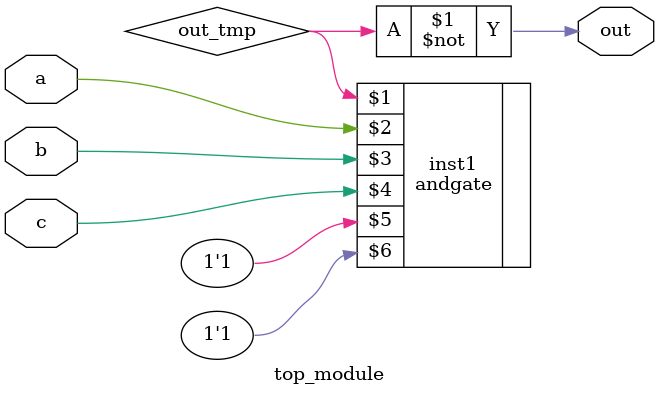
<source format=v>


//module andgate ( output out, input a, input b, input c, input d, input e );

//module top_module (input a, input b, input c, output out);//
//
//    andgate inst1 ( a, b, c, out );
//
//endmodule

module top_module (input a, input b, input c, output out);//

    reg out_tmp;

    andgate inst1 (out_tmp, a, b, c, 1'b1, 1'b1);
    
    assign out = ~out_tmp;
    
endmodule
</source>
